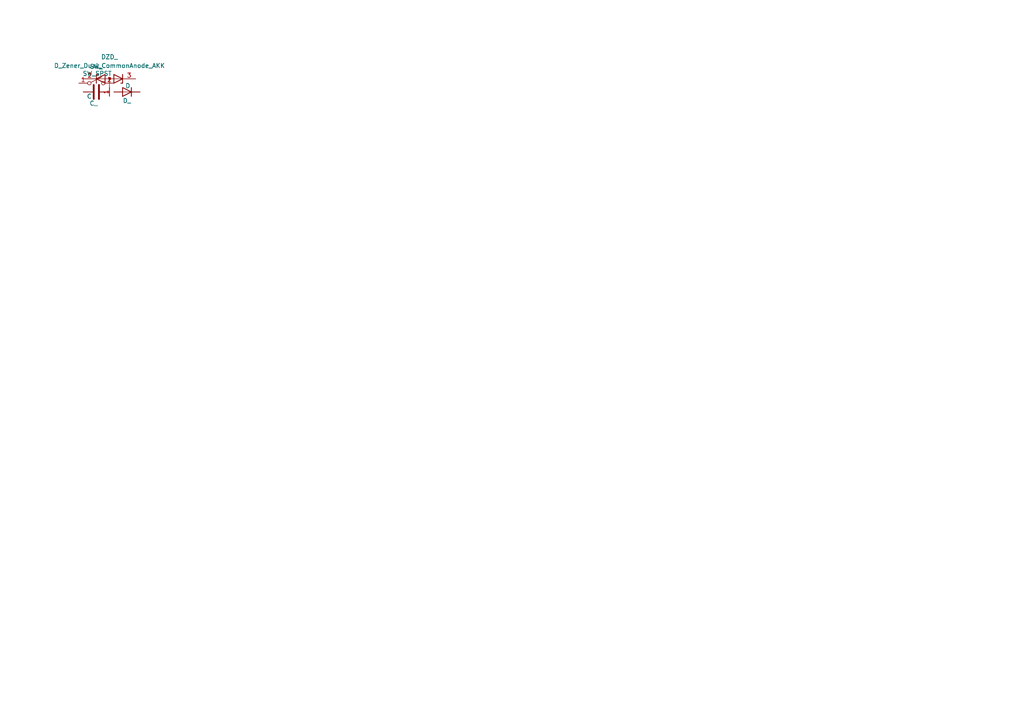
<source format=kicad_sch>
(kicad_sch (version 20231120) (generator "eeschema") (generator_version "8.0")
  (paper "A4")
  (lib_symbols
    (symbol "Device:C" (pin_numbers hide) (pin_names (offset 0.254))
      (property "Reference" "C" (at 0.635 2.54 0))
      (property "Value" "C" (at 0.635 -2.54 0))
      (symbol "C_0_1"
        (polyline (pts (xy -2.032 -0.762) (xy 2.032 -0.762)) (stroke (width 0.508)))
        (polyline (pts (xy -2.032 0.762) (xy 2.032 0.762)) (stroke (width 0.508)))
      )
      (symbol "C_1_1"
        (pin passive line (at 0 3.81 270) (length 2.794) (name "~") (number "1"))
        (pin passive line (at 0 -3.81 90) (length 2.794) (name "~") (number "2"))
      )
    )
    (symbol "Device:D" (pin_numbers hide) (pin_names (offset 1.016) hide)
      (property "Reference" "D" (at 0 2.54 0))
      (property "Value" "D" (at 0 -2.54 0))
      (symbol "D_0_1"
        (polyline (pts (xy -1.27 1.27) (xy -1.27 -1.27)) (stroke (width 0.254)))
        (polyline (pts (xy 1.27 0) (xy -1.27 0)))
        (polyline (pts (xy 1.27 1.27) (xy 1.27 -1.27) (xy -1.27 0) (xy 1.27 1.27)) (stroke (width 0.254)))
      )
      (symbol "D_1_1"
        (pin passive line (at -3.81 0 0) (length 2.54) (name "K") (number "1"))
        (pin passive line (at 3.81 0 180) (length 2.54) (name "A") (number "2"))
      )
    )
    (symbol "Device:D_Zener_Dual_CommonAnode_AKK" (pin_names (offset 0.762) hide)
      (property "Reference" "D" (at 1.27 -2.54 0))
      (property "Value" "D_Zener_Dual_CommonAnode_AKK" (at 0 2.54 0))
      (symbol "D_Zener_Dual_CommonAnode_AKK_0_1"
        (polyline (pts (xy -3.556 0) (xy 3.81 0)))
        (polyline (pts (xy 0 0) (xy 0 -2.54)))
        (polyline (pts (xy -3.81 -1.27) (xy -3.81 1.27) (xy -3.302 1.27)) (stroke (width 0.254)))
        (polyline (pts (xy 3.81 1.27) (xy 3.81 -1.27) (xy 3.302 -1.27)) (stroke (width 0.254)))
        (polyline (pts (xy -1.27 -1.27) (xy -3.81 0) (xy -1.27 1.27) (xy -1.27 -1.27) (xy -1.27 -1.27) (xy -1.27 -1.27)) (stroke (width 0.254)))
        (polyline (pts (xy 1.27 1.27) (xy 3.81 0) (xy 1.27 -1.27) (xy 1.27 1.27) (xy 1.27 1.27) (xy 1.27 1.27)) (stroke (width 0.254)))
        (circle (center 0 0) (radius 0.254) (fill (type outline)))
        (pin passive line (at 0 -5.08 90) (length 2.54) (name "A") (number "1"))
        (pin passive line (at -7.62 0 0) (length 3.81) (name "K") (number "2"))
        (pin passive line (at 7.62 0 180) (length 3.81) (name "K") (number "3"))
      )
    )
    (symbol "Switch:SW_SPST" (pin_names (offset 0) hide)
      (property "Reference" "SW" (at 0 3.175 0))
      (property "Value" "SW_SPST" (at 0 -2.54 0))
      (symbol "SW_SPST_0_0"
        (circle (center -2.032 0) (radius 0.508))
        (polyline (pts (xy -1.524 0.254) (xy 1.524 1.778)))
        (circle (center 2.032 0) (radius 0.508))
      )
      (symbol "SW_SPST_1_1"
        (pin passive line (at -5.08 0 0) (length 2.54) (name "A") (number "1"))
        (pin passive line (at 5.08 0 180) (length 2.54) (name "B") (number "2"))
      )
    )
  )
  (symbol (lib_id "Device:D") (at 36.83 26.67 180) (unit 1)
    (property "Reference" "D_" (at 36.83 29.21 0))
    (property "Value" "D" (at 37.084 24.892 0))
    (property "Footprint" "Diode_SMD:D_0201_0603Metric" (effects (hide yes)))
    (property "Description" "Diode" (effects (hide yes)))
    (property "Sim.Device" "D" (effects (hide yes)))
    (property "Sim.Pins" "1=K 2=A" (effects (hide yes)))
  )
  (symbol (lib_id "Switch:SW_SPST") (at 27.94 24.13 0) (unit 1)
    (property "Reference" "SW_" (at 27.94 19.304 0))
    (property "Value" "SW_SPST" (at 28.194 21.336 0))
    (property "Footprint" "Keychron Kailh:SW_MX-SuperSpeed" (effects (hide yes)))
    (property "Description" "Single Pole Single Throw (SPST) switch" (effects (hide yes)))
  )
  (symbol (lib_id "Device:C") (at 27.94 26.67 270) (unit 1)
    (property "Reference" "C_" (at 27.178 29.972 90))
    (property "Value" "C" (at 25.908 27.94 90))
    (property "Footprint" "Capacitor_SMD:C_0201_0603Metric" (effects (hide yes)))
    (property "Description" "Unpolarized capacitor" (effects (hide yes)))
  )
  (symbol (lib_id "Device:D_Zener_Dual_CommonAnode_AKK") (at 31.75 22.86 0) (unit 1)
    (property "Reference" "DZD_" (at 31.75 16.51 0))
    (property "Value" "D_Zener_Dual_CommonAnode_AKK" (at 31.75 19.05 0))
    (property "Footprint" "Package_TO_SOT_SMD:SOT-23-3" (effects (hide yes)))
    (property "Description" "Dual Zener diode, common anode on pin 1" (effects (hide yes)))
  )
)
</source>
